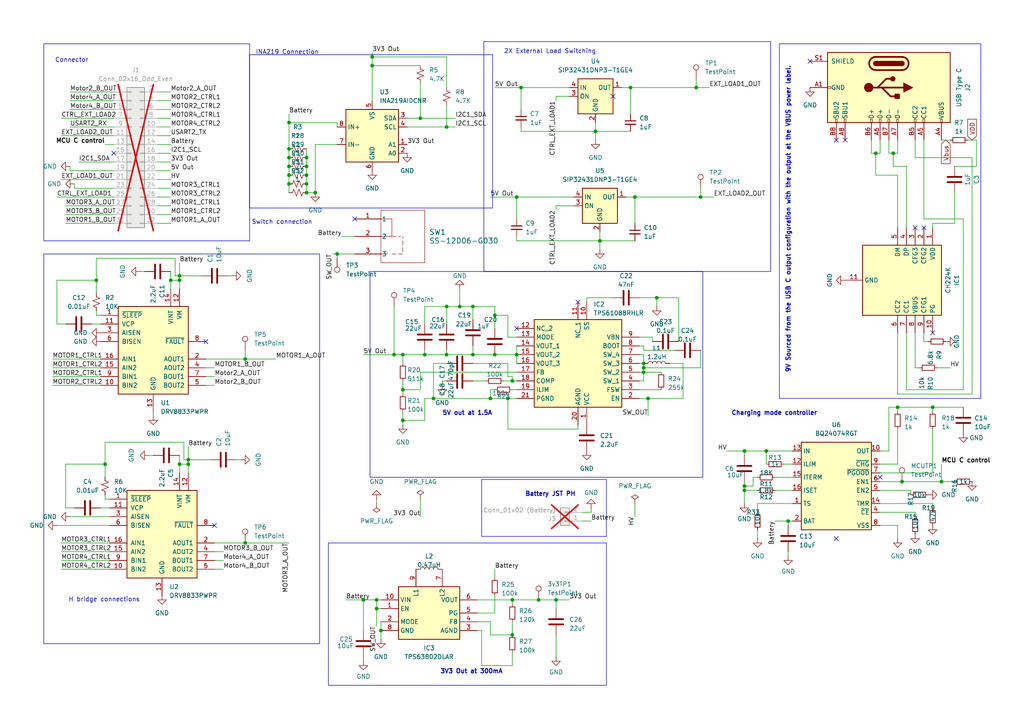
<source format=kicad_sch>
(kicad_sch (version 20250114) (generator "eeschema") (generator_version "9.0")
  (paper "A4")
  (title_block (title "EEE3088 Design ") (rev "v3") (company "University of Cape Town ") (comment 1 "MFKMOR011") (comment 2 "MTHSEK006") (comment 3 "GROUP 28"))
  (rectangle (start 107.315 78.74) (end 203.835 138.43))
  (rectangle (start 72.39 15.875) (end 142.875 60.325))
  (rectangle (start 12.7 12.7) (end 72.39 69.85))
  (rectangle (start 139.7 139.065) (end 175.895 155.575))
  (rectangle (start 95.25 157.48) (end 175.895 198.755))
  (rectangle (start 140.335 12.065) (end 223.52 78.74))
  (rectangle (start 284.48 12.7) (end 226.06 115.57))
  (text "Connector" (at 20.828 17.526 0) (effects (font (size 1.27 1.27))))
  (text "2X External Load Switching " (at 160.02 14.986 0) (effects (font (size 1.27 1.27))))
  (text "Switch connection" (at 81.788 64.516 0) (effects (font (size 1.27 1.27))))
  (text "INA219 Connection" (at 83.312 15.24 0) (effects (font (size 1.27 1.27))))
  (text "Charging mode controller" (at 212.09 120.65 0) (effects (font (size 1.27 1.27) (bold yes)) (justify left bottom)))
  (text "H bridge connections" (at 30.226 173.99 0) (effects (font (size 1.27 1.27))))
  (text "9V Sourced from the USB C output configuration with the output at the VBUS power label." (at 229.362 19.05 90) (effects (font (size 1.27 1.27) (thickness 0.254) (bold yes)) (justify right bottom)))
  (text "Battery JST PH" (at 167.005 144.145 0) (effects (font (size 1.27 1.27) (bold yes)) (justify right bottom)))
  (text "3V3 Out at 300mA" (at 127.635 195.58 0) (effects (font (size 1.27 1.27) (thickness 0.254) (bold yes)) (justify left bottom)))
  (text "5V out at 1.5A" (at 128.27 120.65 0) (effects (font (size 1.27 1.27) (thickness 0.254) (bold yes)) (justify left bottom)))
  (text_box "" (at 12.7 73.66 0) (size 80.01 113.03) (margins 0.9525 0.9525 0.9525 0.9525) (effects (font (size 1.27 1.27)) (justify left top)))
  (junction (at 186.69 105.41))
  (junction (at 54.61 134.62))
  (junction (at 186.69 107.95))
  (junction (at 148.59 110.49))
  (junction (at 187.96 115.57))
  (junction (at 121.92 34.29))
  (junction (at 161.29 173.99))
  (junction (at 110.49 182.88))
  (junction (at 88.9 53.34))
  (junction (at 107.95 16.51))
  (junction (at 148.59 173.99))
  (junction (at 83.82 48.26))
  (junction (at 190.5 86.36))
  (junction (at 109.22 173.99))
  (junction (at 149.86 57.15))
  (junction (at 88.9 55.88))
  (junction (at 215.9 140.97))
  (junction (at 228.6 151.13))
  (junction (at 254 44.45))
  (junction (at 260.35 118.11))
  (junction (at 52.07 80.01))
  (junction (at 172.72 38.1))
  (junction (at 91.44 55.88))
  (junction (at 71.12 104.14))
  (junction (at 116.84 121.92))
  (junction (at 83.82 43.18))
  (junction (at 88.9 48.26))
  (junction (at 143.51 102.87))
  (junction (at 137.16 102.87))
  (junction (at 137.16 88.9))
  (junction (at 71.12 157.48))
  (junction (at 114.3 102.87))
  (junction (at 273.05 139.7))
  (junction (at 129.54 36.83))
  (junction (at 49.53 81.28))
  (junction (at 88.9 50.8))
  (junction (at 109.22 176.53))
  (junction (at 133.35 88.9))
  (junction (at 125.73 115.57))
  (junction (at 83.82 35.56))
  (junction (at 52.07 134.62))
  (junction (at 83.82 45.72))
  (junction (at 54.61 133.35))
  (junction (at 30.48 134.62))
  (junction (at 215.9 142.24))
  (junction (at 83.82 50.8))
  (junction (at 143.51 91.44))
  (junction (at 27.94 81.28))
  (junction (at 142.24 115.57))
  (junction (at 261.62 139.7))
  (junction (at 151.13 25.4))
  (junction (at 215.9 130.81))
  (junction (at 147.32 115.57))
  (junction (at 148.59 184.15))
  (junction (at 186.69 106.68))
  (junction (at 182.88 25.4))
  (junction (at 116.84 102.87))
  (junction (at 97.79 73.66))
  (junction (at 184.15 57.15))
  (junction (at 222.25 130.81))
  (junction (at 156.21 173.99))
  (junction (at 52.07 81.28))
  (junction (at 129.54 88.9))
  (junction (at 116.84 113.03))
  (junction (at 201.93 25.4))
  (junction (at 270.51 118.11))
  (junction (at 123.19 102.87))
  (junction (at 107.95 19.05))
  (junction (at 173.99 69.85))
  (junction (at 203.2 57.15))
  (junction (at 105.41 173.99))
  (junction (at 83.82 53.34))
  (junction (at 129.54 102.87))
  (junction (at 149.86 102.87))
  (junction (at 88.9 45.72))
  (junction (at 259.08 44.45))
  (no_connect (at 255.27 138.43))
  (no_connect (at 149.86 95.25))
  (no_connect (at 62.23 152.4))
  (no_connect (at 177.8 27.94))
  (no_connect (at 242.57 40.64))
  (no_connect (at 245.11 40.64))
  (no_connect (at 102.87 63.5))
  (no_connect (at 167.64 87.63))
  (no_connect (at 267.97 66.04))
  (no_connect (at 234.95 17.78))
  (no_connect (at 242.57 156.21))
  (no_connect (at 33.02 44.45))
  (no_connect (at 270.51 96.52))
  (no_connect (at 59.69 99.06))
  (no_connect (at 265.43 66.04))
  (wire (pts (xy 31.75 144.78) (xy 30.48 144.78)))
  (wire (pts (xy 29.21 147.32) (xy 31.75 147.32)))
  (wire (pts (xy 110.49 182.88) (xy 110.49 180.34)))
  (wire (pts (xy 30.48 144.78) (xy 30.48 143.51)))
  (wire (pts (xy 198.12 105.41) (xy 198.12 115.57)))
  (wire (pts (xy 260.35 40.64) (xy 260.35 44.45)))
  (wire (pts (xy 254 44.45) (xy 255.27 44.45)))
  (wire (pts (xy 20.32 36.83) (xy 33.02 36.83)))
  (wire (pts (xy 91.44 41.91) (xy 91.44 55.88)))
  (wire (pts (xy 15.24 111.76) (xy 29.21 111.76)))
  (wire (pts (xy 143.51 25.4) (xy 151.13 25.4)))
  (wire (pts (xy 121.92 144.78) (xy 121.92 149.86)))
  (wire (pts (xy 138.43 177.8) (xy 143.51 177.8)))
  (wire (pts (xy 283.21 40.64) (xy 280.67 40.64)))
  (wire (pts (xy 49.53 29.21) (xy 45.72 29.21)))
  (wire (pts (xy 121.92 24.13) (xy 121.92 34.29)))
  (wire (pts (xy 186.69 105.41) (xy 186.69 106.68)))
  (wire (pts (xy 215.9 140.97) (xy 215.9 142.24)))
  (wire (pts (xy 269.24 99.06) (xy 267.97 99.06)))
  (wire (pts (xy 185.42 86.36) (xy 190.5 86.36)))
  (wire (pts (xy 254 50.8) (xy 254 44.45)))
  (wire (pts (xy 80.01 104.14) (xy 71.12 104.14)))
  (wire (pts (xy 224.79 138.43) (xy 229.87 138.43)))
  (wire (pts (xy 139.7 193.04) (xy 139.7 182.88)))
  (wire (pts (xy 142.24 180.34) (xy 138.43 180.34)))
  (wire (pts (xy 142.24 57.15) (xy 149.86 57.15)))
  (wire (pts (xy 17.78 160.02) (xy 31.75 160.02)))
  (wire (pts (xy 107.95 16.51) (xy 107.95 19.05)))
  (wire (pts (xy 125.73 115.57) (xy 142.24 115.57)))
  (wire (pts (xy 49.53 62.23) (xy 45.72 62.23)))
  (wire (pts (xy 54.61 133.35) (xy 54.61 134.62)))
  (wire (pts (xy 66.04 80.01) (xy 67.31 80.01)))
  (wire (pts (xy 203.2 57.15) (xy 207.01 57.15)))
  (wire (pts (xy 52.07 81.28) (xy 52.07 83.82)))
  (wire (pts (xy 185.42 105.41) (xy 186.69 105.41)))
  (wire (pts (xy 196.85 99.06) (xy 196.85 86.36)))
  (wire (pts (xy 148.59 113.03) (xy 149.86 113.03)))
  (wire (pts (xy 54.61 133.35) (xy 53.34 133.35)))
  (wire (pts (xy 20.32 26.67) (xy 33.02 26.67)))
  (wire (pts (xy 229.87 142.24) (xy 224.79 142.24)))
  (wire (pts (xy 186.69 106.68) (xy 203.2 106.68)))
  (wire (pts (xy 186.69 107.95) (xy 191.77 107.95)))
  (wire (pts (xy 52.07 134.62) (xy 54.61 134.62)))
  (wire (pts (xy 129.54 36.83) (xy 118.11 36.83)))
  (wire (pts (xy 64.77 160.02) (xy 62.23 160.02)))
  (wire (pts (xy 129.54 30.48) (xy 129.54 36.83)))
  (wire (pts (xy 147.32 109.22) (xy 148.59 109.22)))
  (wire (pts (xy 123.19 115.57) (xy 123.19 121.92)))
  (wire (pts (xy 19.05 59.69) (xy 33.02 59.69)))
  (wire (pts (xy 109.22 173.99) (xy 110.49 173.99)))
  (wire (pts (xy 137.16 100.33) (xy 137.16 102.87)))
  (wire (pts (xy 149.86 107.95) (xy 121.92 107.95)))
  (wire (pts (xy 262.89 66.04) (xy 262.89 48.26)))
  (wire (pts (xy 132.08 36.83) (xy 129.54 36.83)))
  (wire (pts (xy 50.8 80.01) (xy 50.8 74.93)))
  (wire (pts (xy 186.69 100.33) (xy 186.69 101.6)))
  (wire (pts (xy 17.78 34.29) (xy 33.02 34.29)))
  (wire (pts (xy 224.79 151.13) (xy 228.6 151.13)))
  (wire (pts (xy 116.84 113.03) (xy 116.84 114.3)))
  (wire (pts (xy 156.21 173.99) (xy 161.29 173.99)))
  (wire (pts (xy 64.77 165.1) (xy 62.23 165.1)))
  (wire (pts (xy 255.27 152.4) (xy 260.35 152.4)))
  (wire (pts (xy 49.53 39.37) (xy 45.72 39.37)))
  (wire (pts (xy 148.59 110.49) (xy 149.86 110.49)))
  (wire (pts (xy 97.79 41.91) (xy 91.44 41.91)))
  (wire (pts (xy 20.32 29.21) (xy 33.02 29.21)))
  (wire (pts (xy 190.5 86.36) (xy 196.85 86.36)))
  (wire (pts (xy 142.24 184.15) (xy 142.24 180.34)))
  (wire (pts (xy 116.84 121.92) (xy 116.84 123.19)))
  (wire (pts (xy 180.34 25.4) (xy 182.88 25.4)))
  (wire (pts (xy 142.24 184.15) (xy 148.59 184.15)))
  (wire (pts (xy 49.53 64.77) (xy 45.72 64.77)))
  (wire (pts (xy 283.21 48.26) (xy 276.86 48.26)))
  (wire (pts (xy 62.23 111.76) (xy 59.69 111.76)))
  (wire (pts (xy 16.51 93.98) (xy 16.51 81.28)))
  (wire (pts (xy 33.02 49.53) (xy 20.32 49.53)))
  (wire (pts (xy 137.16 102.87) (xy 143.51 102.87)))
  (wire (pts (xy 123.19 102.87) (xy 129.54 102.87)))
  (wire (pts (xy 146.05 110.49) (xy 148.59 110.49)))
  (wire (pts (xy 107.95 15.24) (xy 107.95 16.51)))
  (wire (pts (xy 105.41 102.87) (xy 114.3 102.87)))
  (wire (pts (xy 265.43 45.72) (xy 265.43 40.64)))
  (wire (pts (xy 49.53 26.67) (xy 45.72 26.67)))
  (wire (pts (xy 148.59 173.99) (xy 148.59 175.26)))
  (wire (pts (xy 260.35 118.11) (xy 270.51 118.11)))
  (wire (pts (xy 19.05 93.98) (xy 16.51 93.98)))
  (wire (pts (xy 173.99 67.31) (xy 173.99 69.85)))
  (wire (pts (xy 219.71 153.67) (xy 219.71 156.21)))
  (wire (pts (xy 109.22 144.78) (xy 109.22 146.05)))
  (wire (pts (xy 129.54 102.87) (xy 137.16 102.87)))
  (wire (pts (xy 54.61 129.54) (xy 54.61 133.35)))
  (wire (pts (xy 194.31 105.41) (xy 198.12 105.41)))
  (wire (pts (xy 255.27 139.7) (xy 261.62 139.7)))
  (wire (pts (xy 50.8 74.93) (xy 27.94 74.93)))
  (wire (pts (xy 149.86 68.58) (xy 149.86 69.85)))
  (wire (pts (xy 260.35 96.52) (xy 260.35 114.3)))
  (wire (pts (xy 219.71 138.43) (xy 218.44 138.43)))
  (wire (pts (xy 270.51 146.05) (xy 270.51 147.32)))
  (wire (pts (xy 83.82 50.8) (xy 83.82 53.34)))
  (wire (pts (xy 279.4 63.5) (xy 279.4 113.03)))
  (wire (pts (xy 168.91 148.59) (xy 171.45 148.59)))
  (wire (pts (xy 30.48 134.62) (xy 30.48 138.43)))
  (wire (pts (xy 20.32 49.53) (xy 20.32 48.26)))
  (wire (pts (xy 184.15 57.15) (xy 184.15 64.77)))
  (wire (pts (xy 257.81 118.11) (xy 257.81 130.81)))
  (wire (pts (xy 123.19 101.6) (xy 123.19 102.87)))
  (wire (pts (xy 109.22 176.53) (xy 109.22 181.61)))
  (wire (pts (xy 15.24 109.22) (xy 29.21 109.22)))
  (wire (pts (xy 138.43 182.88) (xy 139.7 182.88)))
  (wire (pts (xy 147.32 97.79) (xy 147.32 91.44)))
  (wire (pts (xy 265.43 96.52) (xy 265.43 106.68)))
  (wire (pts (xy 49.53 59.69) (xy 45.72 59.69)))
  (wire (pts (xy 27.94 81.28) (xy 27.94 85.09)))
  (wire (pts (xy 165.1 27.94) (xy 161.29 27.94)))
  (wire (pts (xy 49.53 81.28) (xy 49.53 78.74)))
  (wire (pts (xy 201.93 25.4) (xy 205.74 25.4)))
  (wire (pts (xy 41.91 78.74) (xy 40.64 78.74)))
  (wire (pts (xy 270.51 124.46) (xy 270.51 137.16)))
  (wire (pts (xy 167.64 124.46) (xy 147.32 124.46)))
  (wire (pts (xy 116.84 110.49) (xy 116.84 113.03)))
  (wire (pts (xy 273.05 139.7) (xy 276.86 139.7)))
  (wire (pts (xy 149.86 69.85) (xy 173.99 69.85)))
  (wire (pts (xy 184.15 146.05) (xy 184.15 149.86)))
  (wire (pts (xy 276.86 55.88) (xy 276.86 64.77)))
  (wire (pts (xy 17.78 165.1) (xy 31.75 165.1)))
  (wire (pts (xy 170.18 86.36) (xy 170.18 87.63)))
  (wire (pts (xy 218.44 140.97) (xy 215.9 140.97)))
  (wire (pts (xy 186.69 102.87) (xy 186.69 105.41)))
  (wire (pts (xy 121.92 107.95) (xy 121.92 113.03)))
  (wire (pts (xy 227.33 134.62) (xy 229.87 134.62)))
  (wire (pts (xy 279.4 113.03) (xy 262.89 113.03)))
  (wire (pts (xy 49.53 81.28) (xy 52.07 81.28)))
  (wire (pts (xy 20.32 31.75) (xy 33.02 31.75)))
  (wire (pts (xy 16.51 81.28) (xy 27.94 81.28)))
  (wire (pts (xy 139.7 193.04) (xy 148.59 193.04)))
  (wire (pts (xy 151.13 36.83) (xy 151.13 38.1)))
  (wire (pts (xy 99.06 68.58) (xy 102.87 68.58)))
  (wire (pts (xy 215.9 130.81) (xy 215.9 132.08)))
  (wire (pts (xy 218.44 138.43) (xy 218.44 140.97)))
  (wire (pts (xy 148.59 189.23) (xy 148.59 193.04)))
  (wire (pts (xy 138.43 173.99) (xy 148.59 173.99)))
  (wire (pts (xy 260.35 114.3) (xy 281.94 114.3)))
  (wire (pts (xy 262.89 113.03) (xy 262.89 96.52)))
  (wire (pts (xy 270.51 118.11) (xy 279.4 118.11)))
  (wire (pts (xy 20.32 149.86) (xy 31.75 149.86)))
  (wire (pts (xy 30.48 41.91) (xy 33.02 41.91)))
  (wire (pts (xy 184.15 69.85) (xy 173.99 69.85)))
  (wire (pts (xy 53.34 133.35) (xy 53.34 128.27)))
  (wire (pts (xy 107.95 19.05) (xy 121.92 19.05)))
  (wire (pts (xy 215.9 142.24) (xy 219.71 142.24)))
  (wire (pts (xy 17.78 52.07) (xy 33.02 52.07)))
  (wire (pts (xy 260.35 50.8) (xy 254 50.8)))
  (wire (pts (xy 44.45 120.65) (xy 44.45 119.38)))
  (wire (pts (xy 281.94 45.72) (xy 265.43 45.72)))
  (wire (pts (xy 19.05 147.32) (xy 19.05 134.62)))
  (wire (pts (xy 123.19 121.92) (xy 116.84 121.92)))
  (wire (pts (xy 147.32 105.41) (xy 147.32 109.22)))
  (wire (pts (xy 260.35 118.11) (xy 260.35 119.38)))
  (wire (pts (xy 185.42 113.03) (xy 191.77 113.03)))
  (wire (pts (xy 21.59 53.34) (xy 21.59 54.61)))
  (wire (pts (xy 22.86 46.99) (xy 33.02 46.99)))
  (wire (pts (xy 19.05 64.77) (xy 33.02 64.77)))
  (wire (pts (xy 149.86 57.15) (xy 166.37 57.15)))
  (wire (pts (xy 142.24 115.57) (xy 147.32 115.57)))
  (wire (pts (xy 137.16 88.9) (xy 137.16 92.71)))
  (wire (pts (xy 281.94 114.3) (xy 281.94 45.72)))
  (wire (pts (xy 64.77 162.56) (xy 62.23 162.56)))
  (wire (pts (xy 143.51 102.87) (xy 149.86 102.87)))
  (wire (pts (xy 15.24 106.68) (xy 29.21 106.68)))
  (wire (pts (xy 107.95 19.05) (xy 107.95 29.21)))
  (wire (pts (xy 96.52 73.66) (xy 97.79 73.66)))
  (wire (pts (xy 271.78 106.68) (xy 275.59 106.68)))
  (wire (pts (xy 172.72 38.1) (xy 172.72 40.64)))
  (wire (pts (xy 71.12 157.48) (xy 83.82 157.48)))
  (wire (pts (xy 252.73 44.45) (xy 254 44.45)))
  (wire (pts (xy 265.43 106.68) (xy 266.7 106.68)))
  (wire (pts (xy 45.72 52.07) (xy 49.53 52.07)))
  (wire (pts (xy 97.79 73.66) (xy 102.87 73.66)))
  (wire (pts (xy 49.53 54.61) (xy 45.72 54.61)))
  (wire (pts (xy 149.86 57.15) (xy 149.86 63.5)))
  (wire (pts (xy 283.21 40.64) (xy 283.21 48.26)))
  (wire (pts (xy 49.53 31.75) (xy 45.72 31.75)))
  (wire (pts (xy 17.78 39.37) (xy 33.02 39.37)))
  (wire (pts (xy 123.19 88.9) (xy 123.19 93.98)))
  (wire (pts (xy 219.71 146.05) (xy 219.71 148.59)))
  (wire (pts (xy 149.86 100.33) (xy 149.86 102.87)))
  (wire (pts (xy 147.32 115.57) (xy 147.32 124.46)))
  (wire (pts (xy 125.73 105.41) (xy 125.73 115.57)))
  (wire (pts (xy 49.53 44.45) (xy 45.72 44.45)))
  (wire (pts (xy 273.05 134.62) (xy 273.05 139.7)))
  (wire (pts (xy 260.35 152.4) (xy 260.35 156.21)))
  (wire (pts (xy 97.79 35.56) (xy 97.79 36.83)))
  (wire (pts (xy 255.27 44.45) (xy 255.27 40.64)))
  (wire (pts (xy 259.08 44.45) (xy 260.35 44.45)))
  (wire (pts (xy 215.9 130.81) (xy 222.25 130.81)))
  (wire (pts (xy 129.54 88.9) (xy 129.54 93.98)))
  (wire (pts (xy 129.54 105.41) (xy 125.73 105.41)))
  (wire (pts (xy 201.93 22.86) (xy 201.93 25.4)))
  (wire (pts (xy 187.96 120.65) (xy 187.96 115.57)))
  (wire (pts (xy 259.08 48.26) (xy 259.08 44.45)))
  (wire (pts (xy 184.15 57.15) (xy 203.2 57.15)))
  (wire (pts (xy 151.13 25.4) (xy 165.1 25.4)))
  (wire (pts (xy 54.61 133.35) (xy 60.96 133.35)))
  (wire (pts (xy 54.61 134.62) (xy 54.61 137.16)))
  (wire (pts (xy 148.59 109.22) (xy 148.59 110.49)))
  (wire (pts (xy 83.82 33.02) (xy 83.82 35.56)))
  (wire (pts (xy 49.53 83.82) (xy 49.53 81.28)))
  (wire (pts (xy 185.42 102.87) (xy 186.69 102.87)))
  (wire (pts (xy 190.5 86.36) (xy 190.5 88.9)))
  (wire (pts (xy 16.51 152.4) (xy 31.75 152.4)))
  (wire (pts (xy 49.53 36.83) (xy 45.72 36.83)))
  (wire (pts (xy 185.42 110.49) (xy 186.69 110.49)))
  (wire (pts (xy 182.88 25.4) (xy 201.93 25.4)))
  (wire (pts (xy 110.49 176.53) (xy 109.22 176.53)))
  (wire (pts (xy 16.51 57.15) (xy 33.02 57.15)))
  (wire (pts (xy 182.88 38.1) (xy 172.72 38.1)))
  (wire (pts (xy 21.59 54.61) (xy 33.02 54.61)))
  (wire (pts (xy 49.53 57.15) (xy 45.72 57.15)))
  (wire (pts (xy 125.73 115.57) (xy 123.19 115.57)))
  (wire (pts (xy 255.27 146.05) (xy 270.51 146.05)))
  (wire (pts (xy 186.69 106.68) (xy 186.69 107.95)))
  (wire (pts (xy 109.22 173.99) (xy 109.22 176.53)))
  (wire (pts (xy 260.35 118.11) (xy 257.81 118.11)))
  (wire (pts (xy 129.54 101.6) (xy 129.54 102.87)))
  (wire (pts (xy 166.37 59.69) (xy 161.29 59.69)))
  (wire (pts (xy 110.49 182.88) (xy 110.49 185.42)))
  (wire (pts (xy 49.53 34.29) (xy 45.72 34.29)))
  (wire (pts (xy 265.43 148.59) (xy 265.43 149.86)))
  (wire (pts (xy 257.81 44.45) (xy 259.08 44.45)))
  (wire (pts (xy 29.21 91.44) (xy 27.94 91.44)))
  (wire (pts (xy 147.32 91.44) (xy 143.51 91.44)))
  (wire (pts (xy 215.9 139.7) (xy 215.9 140.97)))
  (wire (pts (xy 177.8 86.36) (xy 170.18 86.36)))
  (wire (pts (xy 143.51 91.44) (xy 143.51 95.25)))
  (wire (pts (xy 83.82 43.18) (xy 83.82 45.72)))
  (wire (pts (xy 228.6 151.13) (xy 229.87 151.13)))
  (wire (pts (xy 264.16 142.24) (xy 264.16 143.51)))
  (wire (pts (xy 260.35 124.46) (xy 260.35 134.62)))
  (wire (pts (xy 114.3 88.9) (xy 114.3 102.87)))
  (wire (pts (xy 161.29 184.15) (xy 161.29 190.5)))
  (wire (pts (xy 137.16 105.41) (xy 147.32 105.41)))
  (wire (pts (xy 257.81 130.81) (xy 255.27 130.81)))
  (wire (pts (xy 270.51 64.77) (xy 270.51 66.04)))
  (wire (pts (xy 143.51 88.9) (xy 143.51 91.44)))
  (wire (pts (xy 44.45 132.08) (xy 43.18 132.08)))
  (wire (pts (xy 215.9 142.24) (xy 215.9 146.05)))
  (wire (pts (xy 252.73 40.64) (xy 252.73 44.45)))
  (wire (pts (xy 149.86 102.87) (xy 149.86 105.41)))
  (wire (pts (xy 71.12 104.14) (xy 59.69 104.14)))
  (wire (pts (xy 270.51 137.16) (xy 255.27 137.16)))
  (wire (pts (xy 262.89 48.26) (xy 259.08 48.26)))
  (wire (pts (xy 52.07 137.16) (xy 52.07 134.62)))
  (wire (pts (xy 133.35 83.82) (xy 133.35 88.9)))
  (wire (pts (xy 62.23 109.22) (xy 59.69 109.22)))
  (wire (pts (xy 255.27 148.59) (xy 265.43 148.59)))
  (wire (pts (xy 133.35 88.9) (xy 137.16 88.9)))
  (wire (pts (xy 49.53 41.91) (xy 45.72 41.91)))
  (wire (pts (xy 71.12 101.6) (xy 71.12 104.14)))
  (wire (pts (xy 185.42 115.57) (xy 187.96 115.57)))
  (wire (pts (xy 186.69 101.6) (xy 195.58 101.6)))
  (wire (pts (xy 118.11 34.29) (xy 121.92 34.29)))
  (wire (pts (xy 182.88 25.4) (xy 182.88 33.02)))
  (wire (pts (xy 273.05 40.64) (xy 275.59 40.64)))
  (wire (pts (xy 203.2 54.61) (xy 203.2 57.15)))
  (wire (pts (xy 114.3 102.87) (xy 116.84 102.87)))
  (wire (pts (xy 186.69 107.95) (xy 186.69 110.49)))
  (wire (pts (xy 270.51 118.11) (xy 270.51 119.38)))
  (wire (pts (xy 267.97 63.5) (xy 279.4 63.5)))
  (wire (pts (xy 260.35 66.04) (xy 260.35 50.8)))
  (wire (pts (xy 19.05 62.23) (xy 33.02 62.23)))
  (wire (pts (xy 116.84 102.87) (xy 116.84 105.41)))
  (wire (pts (xy 222.25 130.81) (xy 222.25 134.62)))
  (wire (pts (xy 88.9 50.8) (xy 88.9 53.34)))
  (wire (pts (xy 121.92 113.03) (xy 116.84 113.03)))
  (wire (pts (xy 62.23 157.48) (xy 71.12 157.48)))
  (wire (pts (xy 88.9 48.26) (xy 88.9 50.8)))
  (wire (pts (xy 267.97 40.64) (xy 267.97 63.5)))
  (wire (pts (xy 161.29 27.94) (xy 161.29 29.21)))
  (wire (pts (xy 167.64 123.19) (xy 167.64 124.46)))
  (wire (pts (xy 143.51 165.1) (xy 143.51 167.64)))
  (wire (pts (xy 27.94 74.93) (xy 27.94 81.28)))
  (wire (pts (xy 107.95 16.51) (xy 129.54 16.51)))
  (wire (pts (xy 255.27 142.24) (xy 264.16 142.24)))
  (wire (pts (xy 21.59 147.32) (xy 19.05 147.32)))
  (wire (pts (xy 83.82 45.72) (xy 83.82 48.26)))
  (wire (pts (xy 49.53 46.99) (xy 45.72 46.99)))
  (wire (pts (xy 257.81 40.64) (xy 257.81 44.45)))
  (wire (pts (xy 52.07 80.01) (xy 52.07 81.28)))
  (wire (pts (xy 88.9 43.18) (xy 88.9 45.72)))
  (wire (pts (xy 116.84 102.87) (xy 123.19 102.87)))
  (wire (pts (xy 91.44 55.88) (xy 88.9 55.88)))
  (wire (pts (xy 261.62 139.7) (xy 273.05 139.7)))
  (wire (pts (xy 30.48 128.27) (xy 30.48 134.62)))
  (wire (pts (xy 161.29 173.99) (xy 165.1 173.99)))
  (wire (pts (xy 128.27 110.49) (xy 128.27 111.76)))
  (wire (pts (xy 229.87 146.05) (xy 219.71 146.05)))
  (wire (pts (xy 137.16 88.9) (xy 143.51 88.9)))
  (wire (pts (xy 17.78 162.56) (xy 31.75 162.56)))
  (wire (pts (xy 255.27 134.62) (xy 260.35 134.62)))
  (wire (pts (xy 210.82 130.81) (xy 215.9 130.81)))
  (wire (pts (xy 168.91 151.13) (xy 171.45 151.13)))
  (wire (pts (xy 172.72 35.56) (xy 172.72 38.1)))
  (wire (pts (xy 52.07 134.62) (xy 52.07 132.08)))
  (wire (pts (xy 142.24 113.03) (xy 142.24 115.57)))
  (wire (pts (xy 62.23 106.68) (xy 59.69 106.68)))
  (wire (pts (xy 151.13 25.4) (xy 151.13 31.75)))
  (wire (pts (xy 49.53 49.53) (xy 45.72 49.53)))
  (wire (pts (xy 105.41 173.99) (xy 109.22 173.99)))
  (wire (pts (xy 26.67 93.98) (xy 29.21 93.98)))
  (wire (pts (xy 189.23 97.79) (xy 189.23 99.06)))
  (wire (pts (xy 147.32 115.57) (xy 149.86 115.57)))
  (wire (pts (xy 17.78 157.48) (xy 31.75 157.48)))
  (wire (pts (xy 228.6 160.02) (xy 228.6 161.29)))
  (wire (pts (xy 88.9 53.34) (xy 88.9 55.88)))
  (wire (pts (xy 143.51 177.8) (xy 143.51 172.72)))
  (wire (pts (xy 185.42 97.79) (xy 189.23 97.79)))
  (wire (pts (xy 203.2 101.6) (xy 203.2 106.68)))
  (wire (pts (xy 228.6 151.13) (xy 228.6 152.4)))
  (wire (pts (xy 83.82 48.26) (xy 83.82 50.8)))
  (wire (pts (xy 83.82 53.34) (xy 83.82 55.88)))
  (wire (pts (xy 143.51 113.03) (xy 142.24 113.03)))
  (wire (pts (xy 116.84 119.38) (xy 116.84 121.92)))
  (wire (pts (xy 198.12 115.57) (xy 187.96 115.57)))
  (wire (pts (xy 185.42 100.33) (xy 186.69 100.33)))
  (wire (pts (xy 105.41 190.5) (xy 105.41 191.77)))
  (wire (pts (xy 129.54 88.9) (xy 133.35 88.9)))
  (wire (pts (xy 83.82 35.56) (xy 97.79 35.56)))
  (wire (pts (xy 129.54 25.4) (xy 129.54 16.51)))
  (wire (pts (xy 171.45 148.59) (xy 171.45 147.32)))
  (wire (pts (xy 137.16 110.49) (xy 140.97 110.49)))
  (wire (pts (xy 27.94 91.44) (xy 27.94 90.17)))
  (wire (pts (xy 105.41 173.99) (xy 105.41 182.88)))
  (wire (pts (xy 181.61 57.15) (xy 184.15 57.15)))
  (wire (pts (xy 148.59 173.99) (xy 156.21 173.99)))
  (wire (pts (xy 222.25 130.81) (xy 229.87 130.81)))
  (wire (pts (xy 161.29 173.99) (xy 161.29 176.53)))
  (wire (pts (xy 128.27 110.49) (xy 129.54 110.49)))
  (wire (pts (xy 15.24 104.14) (xy 29.21 104.14)))
  (wire (pts (xy 100.33 173.99) (xy 105.41 173.99)))
  (wire (pts (xy 276.86 64.77) (xy 270.51 64.77)))
  (wire (pts (xy 88.9 45.72) (xy 88.9 48.26)))
  (wire (pts (xy 52.07 80.01) (xy 50.8 80.01)))
  (wire (pts (xy 161.29 59.69) (xy 161.29 60.96)))
  (wire (pts (xy 149.86 97.79) (xy 147.32 97.79)))
  (wire (pts (xy 173.99 69.85) (xy 173.99 72.39)))
  (wire (pts (xy 267.97 96.52) (xy 267.97 99.06)))
  (wire (pts (xy 68.58 133.35) (xy 69.85 133.35)))
  (wire (pts (xy 123.19 88.9) (xy 129.54 88.9)))
  (wire (pts (xy 97.79 73.66) (xy 97.79 74.93)))
  (wire (pts (xy 52.07 80.01) (xy 58.42 80.01)))
  (wire (pts (xy 148.59 180.34) (xy 148.59 184.15)))
  (wire (pts (xy 53.34 128.27) (xy 30.48 128.27)))
  (wire (pts (xy 121.92 34.29) (xy 132.08 34.29)))
  (wire (pts (xy 52.07 76.2) (xy 52.07 80.01)))
  (wire (pts (xy 151.13 38.1) (xy 172.72 38.1)))
  (wire (pts (xy 19.05 134.62) (xy 30.48 134.62)))
  (wire (pts (xy 83.82 35.56) (xy 83.82 43.18)))
  (wire (pts (xy 185.42 107.95) (xy 186.69 107.95)))
  (label "Battery" (at 54.61 129.54 0))
  (label "Motor4_B_OUT" (at 64.77 165.1 0))
  (label "EXT_LOAD1_OUT" (at 205.74 25.4 0))
  (label "MOTOR3_CTRL1" (at 49.53 54.61 0))
  (label "CTRL_EXT_LOAD1" (at 161.29 29.21 270))
  (label "MOTOR2_CTRL2" (at 49.53 31.75 0))
  (label "Battery" (at 224.79 151.13 270))
  (label "CTRL_EXT_LOAD2" (at 17.78 34.29 0))
  (label "MOTOR1_B_OUT" (at 62.23 106.68 0))
  (label "3V3 Out" (at 49.53 46.99 0))
  (label "Motor4_A_OUT" (at 64.77 162.56 0))
  (label "EXT_LOAD2_OUT" (at 207.01 57.15 0))
  (label "USART2_TX" (at 49.53 39.37 0))
  (label "MOTOR3_CTRL1" (at 17.78 157.48 0))
  (label "HV" (at 49.53 52.07 0))
  (label "USART2_RX" (at 20.32 36.83 0))
  (label "HV" (at 210.82 130.81 180))
  (label "MOTOR1_A_OUT" (at 49.53 64.77 0))
  (label "Motor2_B_OUT" (at 20.32 26.67 0))
  (label "Battery" (at 52.07 76.2 0))
  (label "EXT_LOAD1_OUT" (at 17.78 52.07 0))
  (label "HV" (at 275.59 106.68 0))
  (label "MCU C control" (at 273.05 134.62 0) (effects (font (bold yes))))
  (label "SW_OUT" (at 109.22 181.61 270))
  (label "I2C1_SCL" (at 132.08 36.83 0))
  (label "I2C1_SCL" (at 49.53 44.45 0))
  (label "MOTOR4_CTRL1" (at 49.53 34.29 0))
  (label "5V Out" (at 143.51 25.4 0))
  (label "3V3 Out" (at 165.1 173.99 0))
  (label "I2C1_SDA" (at 22.86 46.99 0))
  (label "Motor2_A_OUT" (at 62.23 109.22 0))
  (label "MOTOR2_CTRL1" (at 49.53 29.21 0))
  (label "Battery" (at 143.51 165.1 0))
  (label "5V Out" (at 49.53 49.53 0))
  (label "Battery" (at 83.82 33.02 0))
  (label "3V3 Out" (at 118.11 41.91 0))
  (label "MCU C control" (at 30.48 41.91 180) (effects (font (bold yes))))
  (label "MOTOR3_CTRL2" (at 49.53 57.15 0))
  (label "HV" (at 184.15 149.86 270))
  (label "MOTOR3_A_OUT" (at 19.05 59.69 0))
  (label "MOTOR1_CTRL2" (at 49.53 62.23 0))
  (label "CTRL_EXT_LOAD1" (at 16.51 57.15 0))
  (label "MOTOR2_CTRL2" (at 15.24 111.76 0))
  (label "SW_OUT" (at 96.52 73.66 270))
  (label "MOTOR3_B_OUT" (at 64.77 160.02 0))
  (label "EXT_LOAD2_OUT" (at 17.78 39.37 0))
  (label "MOTOR2_CTRL1" (at 15.24 109.22 0))
  (label "MOTOR1_CTRL2" (at 15.24 106.68 0))
  (label "MOTOR1_CTRL1" (at 15.24 104.14 0))
  (label "MOTOR4_CTRL2" (at 49.53 36.83 0))
  (label "MOTOR1_CTRL1" (at 49.53 59.69 0))
  (label "Motor4_A_OUT" (at 20.32 29.21 0))
  (label "3V3 Out" (at 121.92 149.86 180))
  (label "Motor4_B_OUT" (at 20.32 31.75 0))
  (label "MOTOR4_CTRL1" (at 17.78 162.56 0))
  (label "Motor2_A_OUT" (at 49.53 26.67 0))
  (label "Battery" (at 100.33 173.99 0))
  (label "Battery" (at 99.06 68.58 180))
  (label "Motor2_B_OUT" (at 62.23 111.76 0))
  (label "Battery" (at 49.53 41.91 0))
  (label "MOTOR4_CTRL2" (at 17.78 165.1 0))
  (label "MOTOR1_A_OUT" (at 80.01 104.14 0))
  (label "3V3 Out" (at 107.95 15.24 0))
  (label "5V Out" (at 105.41 102.87 0))
  (label "5V Out" (at 142.24 57.15 0))
  (label "MOTOR3_CTRL2" (at 17.78 160.02 0))
  (label "I2C1_SDA" (at 132.08 34.29 0))
  (label "MOTOR3_A_OUT" (at 83.82 157.48 270))
  (label "CTRL_EXT_LOAD2" (at 161.29 60.96 270))
  (label "Battery" (at 171.45 151.13 0))
  (label "MOTOR3_B_OUT" (at 19.05 62.23 0))
  (label "MOTOR1_B_OUT" (at 19.05 64.77 0))
  (label "SW_OUT" (at 187.96 120.65 180))
  (global_label "VDD" (shape input) (at 281.94 40.64 90) (property "Intersheetrefs" "${INTERSHEET_REFS}" (effects (hide yes))))
  (global_label "Vbus" (shape input) (at 274.32 40.64 270) (property "Intersheetrefs" "${INTERSHEET_REFS}" (effects (hide yes))))
  (symbol (lib_id "Driver_Motor:DRV8833PWP") (at 44.45 101.6 0) (unit 1)
    (property "Reference" "U1" (at 46.5933 116.84 0) (effects (justify left)))
    (property "Value" "DRV8833PWPR" (at 46.5933 119.38 0) (effects (justify left)))
    (property "Footprint" "Package_SO:HTSSOP-16-1EP_4.4x5mm_P0.65mm_EP3.4x5mm_Mask2.46x2.31mm" (effects (hide yes)))
    (property "Datasheet" "https://jlcpcb.com/api/file/downloadByFileSystemAccessId/8588881461298802689" (effects (hide yes)))
    (property "Description" "Dual H-Bridge Motor Driver, HTSSOP-16" (effects (hide yes)))
    (property "LCSC" "C50506" (effects (hide yes)))
  )
  (symbol (lib_id "Device:R_Small") (at 219.71 151.13 0) (unit 1)
    (property "Reference" "R33" (at 216.535 148.59 0) (effects (justify left)))
    (property "Value" "10k" (at 219.71 152.4 90) (effects (justify left)))
    (property "Footprint" "Resistor_SMD:R_0805_2012Metric_Pad1.20x1.40mm_HandSolder" (effects (hide yes)))
    (property "LCSC" "C17414" (effects (hide yes)))
  )
  (symbol (lib_id "Device:R_Small_US") (at 30.48 140.97 180) (unit 1)
    (property "Reference" "R6" (at 33.02 139.6999 0) (effects (justify right)))
    (property "Value" "10K" (at 33.02 142.2399 0) (effects (justify right)))
    (property "Footprint" "Resistor_SMD:R_0805_2012Metric_Pad1.20x1.40mm_HandSolder" (effects (hide yes)))
    (property "Datasheet" "https://jlcpcb.com/api/file/downloadByFileSystemAccessId/8562006748401074176" (effects (hide yes)))
    (property "Description" "Resistor, small US symbol" (effects (hide yes)))
    (property "LCSC" "C17414" (effects (hide yes)))
  )
  (symbol (lib_id "Device:R_Small_US") (at 121.92 21.59 0) (unit 1)
    (property "Reference" "R5" (at 124.46 20.3199 0) (effects (justify left)))
    (property "Value" "4.7K" (at 124.46 22.8599 0) (effects (justify left)))
    (property "Footprint" "Resistor_SMD:R_1206_3216Metric_Pad1.30x1.75mm_HandSolder" (effects (hide yes)))
    (property "Datasheet" "https://jlcpcb.com/api/file/downloadByFileSystemAccessId/8579705887952867328" (effects (hide yes)))
    (property "Description" "Resistor, small US symbol" (effects (hide yes)))
    (property "LCSC" "C17936" (effects (hide yes)))
  )
  (symbol (lib_id "Device:R_Small_US") (at 86.36 45.72 90) (unit 1)
    (property "Reference" "R28" (at 86.36 39.37 90))
    (property "Value" "1" (at 86.36 41.91 90))
    (property "Footprint" "Resistor_SMD:R_1206_3216Metric_Pad1.30x1.75mm_HandSolder" (effects (hide yes)))
    (property "Description" "Resistor, small US symbol" (effects (hide yes)))
    (property "LCSC" "C17928" (effects (hide yes)))
  )
  (symbol (lib_id "Connector:TestPoint") (at 97.79 74.93 180) (unit 1)
    (property "Reference" "TP3" (at 100.33 76.9619 0) (effects (justify right)))
    (property "Value" "TestPoint" (at 100.33 79.5019 0) (effects (justify right)))
    (property "Footprint" "TestPoint:TestPoint_Pad_1.0x1.0mm" (effects (hide yes)))
    (property "Description" "test point" (effects (hide yes)))
  )
  (symbol (lib_id "Device:C") (at 276.86 52.07 0) (unit 1)
    (property "Reference" "C3" (at 283.21 52.07 90))
    (property "Value" "1uF" (at 280.67 52.07 90))
    (property "Footprint" "Capacitor_SMD:C_1206_3216Metric_Pad1.33x1.80mm_HandSolder" (effects (hide yes)))
    (property "LCSC" "C1848" (effects (hide yes)))
  )
  (symbol (lib_id "Device:R_Small") (at 266.7 143.51 90) (unit 1)
    (property "Reference" "R17" (at 264.16 146.685 0) (effects (justify left)))
    (property "Value" "10k" (at 268.478 143.51 90) (effects (justify left)))
    (property "Footprint" "Resistor_SMD:R_0805_2012Metric_Pad1.20x1.40mm_HandSolder" (effects (hide yes)))
    (property "LCSC" "C17414" (effects (hide yes)))
  )
  (symbol (lib_id "Device:C") (at 133.35 110.49 90) (unit 1)
    (property "Reference" "C18" (at 128.27 114.935 0) (effects (justify left)))
    (property "Value" "22uF" (at 130.81 115.57 0) (effects (justify left)))
    (property "Footprint" "Capacitor_SMD:C_1206_3216Metric_Pad1.33x1.80mm_HandSolder" (effects (hide yes)))
    (property "LCSC" "C12891" (effects (hide yes)))
  )
  (symbol (lib_id "Connector:TestPoint") (at 114.3 88.9 0) (unit 1)
    (property "Reference" "TP4" (at 116.84 84.3279 0) (effects (justify left)))
    (property "Value" "TestPoint" (at 116.84 86.8679 0) (effects (justify left)))
    (property "Footprint" "TestPoint:TestPoint_Pad_1.0x1.0mm" (effects (hide yes)))
    (property "Description" "test point" (effects (hide yes)))
  )
  (symbol (lib_id "power:GND") (at 116.84 123.19 0) (unit 1)
    (property "Reference" "#PWR024" (effects (hide yes)))
    (property "Value" "GND" (at 116.84 128.27 0))
  )
  (symbol (lib_id "CH224K:CH224K") (at 270.51 66.04 270) (unit 1)
    (property "Reference" "IC1" (at 277.495 81.28 0))
    (property "Value" "CH224K" (at 274.955 81.28 0))
    (property "Footprint" "Library:SOP100P600X180-11N" (effects (hide yes)))
    (property "Datasheet" "https://datasheet.lcsc.com/lcsc/2204251615_WCH-Jiangsu-Qin-Heng-CH224K_C970725.pdf" (effects (hide yes)))
    (property "Height" "1.8" (effects (hide yes)))
    (property "Manufacturer_Name" "WCH" (effects (hide yes)))
    (property "Manufacturer_Part_Number" "CH224K" (effects (hide yes)))
    (property "LCSC" "C970725" (effects (hide yes)))
  )
  (symbol (lib_id "power:GND") (at 16.51 152.4 270) (unit 1)
    (property "Reference" "#PWR08" (effects (hide yes)))
    (property "Value" "GND" (at 12.7 152.3999 90) (effects (justify right)))
    (property "Description" "Power symbol creates a global label with name \"GND\" , ground" (effects (hide yes)))
  )
  (symbol (lib_id "Connector_Generic:Conn_01x02") (at 163.83 151.13 180) (unit 1) (in_bom no) (dnp yes)
    (property "Reference" "J3" (at 161.29 150.495 0) (effects (justify left)))
    (property "Value" "Conn_01x02 (Battery)" (at 161.29 147.955 0) (effects (justify left)))
    (property "Footprint" "Library:SHDRRA2W50P0X200_1X2_590X760X480P" (effects (hide yes)))
    (property "LCSC" "C173752" (effects (hide yes)))
  )
  (symbol (lib_id "power:GND") (at 219.71 156.21 0) (unit 1)
    (property "Reference" "#PWR018" (effects (hide yes)))
    (property "Value" "GND" (at 219.71 161.29 0))
    (property "Description" "Power symbol creates a global label with name \"GND\" , ground" (effects (hide yes)))
  )
  (symbol (lib_id "Power_Management:SiP32431DR3") (at 173.99 59.69 0) (unit 1)
    (property "Reference" "U5" (at 173.99 49.53 0))
    (property "Value" "SIP32431DNP3-T1GE4" (at 173.99 52.07 0))
    (property "Footprint" "Library:SON50P120X160X60-5N" (effects (hide yes)))
    (property "Datasheet" "https://jlcpcb.com/api/file/downloadByFileSystemAccessId/8556806212877369344" (effects (hide yes)))
    (property "Description" "10 pA, Ultra Low Leakage and Quiescent Current, Load Switch with Reverse Blocking, High Enable, SC-70-6" (effects (hide yes)))
    (property "LCSC" "C727398" (effects (hide yes)))
  )
  (symbol (lib_id "power:GND") (at 29.21 96.52 270) (unit 1)
    (property "Reference" "#PWR014" (effects (hide yes)))
    (property "Value" "GND" (at 25.4 96.5199 90) (effects (justify right)))
    (property "Description" "Power symbol creates a global label with name \"GND\" , ground" (effects (hide yes)))
  )
  (symbol (lib_id "Device:C") (at 137.16 96.52 0) (unit 1)
    (property "Reference" "C19" (at 132.715 91.44 0) (effects (justify left)))
    (property "Value" "22uF" (at 132.08 93.98 0) (effects (justify left)))
    (property "Footprint" "Capacitor_SMD:C_1206_3216Metric_Pad1.33x1.80mm_HandSolder" (effects (hide yes)))
    (property "LCSC" "C12891" (effects (hide yes)))
  )
  (symbol (lib_id "power:GND") (at 190.5 88.9 0) (unit 1)
    (property "Reference" "#PWR027" (effects (hide yes)))
    (property "Value" "GND" (at 190.5 93.98 0))
  )
  (symbol (lib_id "Device:R_Small_US") (at 86.36 43.18 90) (unit 1)
    (property "Reference" "R3" (at 86.36 36.83 90))
    (property "Value" "1" (at 86.36 39.37 90))
    (property "Footprint" "Resistor_SMD:R_1206_3216Metric_Pad1.30x1.75mm_HandSolder" (effects (hide yes)))
    (property "Description" "Resistor, small US symbol" (effects (hide yes)))
    (property "LCSC" "C17928" (effects (hide yes)))
  )
  (symbol (lib_id "power:GND") (at 20.32 149.86 270) (unit 1)
    (property "Reference" "#PWR035" (effects (hide yes)))
    (property "Value" "GND" (at 16.51 149.8599 90) (effects (justify right)))
    (property "Description" "Power symbol creates a global label with name \"GND\" , ground" (effects (hide yes)))
  )
  (symbol (lib_id "Connector:TestPoint") (at 203.2 54.61 0) (unit 1)
    (property "Reference" "TP2" (at 205.74 50.0379 0) (effects (justify left)))
    (property "Value" "TestPoint" (at 205.74 52.5779 0) (effects (justify left)))
    (property "Footprint" "TestPoint:TestPoint_Pad_1.0x1.0mm" (effects (hide yes)))
    (property "Description" "test point" (effects (hide yes)))
  )
  (symbol (lib_id "power:GND") (at 107.95 49.53 0) (unit 1)
    (property "Reference" "#PWR012" (effects (hide yes)))
    (property "Value" "GND" (at 107.95 54.61 0))
    (property "Description" "Power symbol creates a global label with name \"GND\" , ground" (effects (hide yes)))
  )
  (symbol (lib_id "Device:C") (at 133.35 105.41 90) (unit 1)
    (property "Reference" "C17" (at 128.27 109.855 0) (effects (justify left)))
    (property "Value" "470pF" (at 130.81 110.49 0) (effects (justify left)))
    (property "Footprint" "Capacitor_SMD:C_0603_1608Metric_Pad1.08x0.95mm_HandSolder" (effects (hide yes)))
    (property "LCSC" "C1620" (effects (hide yes)))
  )
  (symbol (lib_id "Device:R_Small") (at 271.78 99.06 270) (unit 1)
    (property "Reference" "R9" (at 272.415 101.6 0) (effects (justify left)))
    (property "Value" "6.8k" (at 269.875 101.6 0) (effects (justify left)))
    (property "Footprint" "Resistor_SMD:R_0805_2012Metric_Pad1.20x1.40mm_HandSolder" (effects (hide yes)))
    (property "LCSC" "C17772" (effects (hide yes)))
  )
  (symbol (lib_id "Device:R_Small_US") (at 86.36 48.26 90) (unit 1)
    (property "Reference" "R29" (at 86.36 41.91 90))
    (property "Value" "1" (at 86.36 44.45 90))
    (property "Footprint" "Resistor_SMD:R_1206_3216Metric_Pad1.30x1.75mm_HandSolder" (effects (hide yes)))
    (property "Description" "Resistor, small US symbol" (effects (hide yes)))
    (property "LCSC" "C17928" (effects (hide yes)))
  )
  (symbol (lib_id "Device:R_Small") (at 270.51 149.86 0) (unit 1)
    (property "Reference" "R19" (at 267.335 147.32 0) (effects (justify left)))
    (property "Value" "47k" (at 270.51 151.384 90) (effects (justify left)))
    (property "Footprint" "Resistor_SMD:R_0805_2012Metric_Pad1.20x1.40mm_HandSolder" (effects (hide yes)))
    (property "LCSC" "C17713" (effects (hide yes)))
  )
  (symbol (lib_id "power:GND") (at 118.11 44.45 0) (unit 1)
    (property "Reference" "#PWR011" (effects (hide yes)))
    (property "Value" "GND" (at 118.11 49.53 0))
    (property "Description" "Power symbol creates a global label with name \"GND\" , ground" (effects (hide yes)))
  )
  (symbol (lib_id "Device:R_Small") (at 278.13 40.64 90) (unit 1)
    (property "Reference" "R7" (at 278.13 35.56 90))
    (property "Value" "1k" (at 278.13 38.1 90))
    (property "Footprint" "Resistor_SMD:R_1206_3216Metric_Pad1.30x1.75mm_HandSolder" (effects (hide yes)))
    (property "LCSC" "C4410" (effects (hide yes)))
  )
  (symbol (lib_id "Device:R_Small") (at 279.4 139.7 90) (unit 1)
    (property "Reference" "R16" (at 276.86 142.875 0) (effects (justify left)))
    (property "Value" "1k" (at 280.67 139.7 90) (effects (justify left)))
    (property "Footprint" "Resistor_SMD:R_1206_3216Metric_Pad1.30x1.75mm_HandSolder" (effects (hide yes)))
    (property "LCSC" "C4410" (effects (hide yes)))
  )
  (symbol (lib_id "power:GND") (at 234.95 25.4 0) (unit 1)
    (property "Reference" "#PWR013" (effects (hide yes)))
    (property "Value" "GND" (at 234.95 30.48 0))
    (property "Description" "Power symbol creates a global label with name \"GND\" , ground" (effects (hide yes)))
  )
  (symbol (lib_name "BQ24074RGT_1") (lib_id "Battery_Management:BQ24074RGT") (at 242.57 140.97 0) (unit 1)
    (property "Reference" "U6" (at 242.57 123.19 0))
    (property "Value" "BQ24074RGT" (at 242.57 125.73 0))
    (property "Footprint" "Library:QFN50P300X300X100-17N-D" (effects (hide yes)))
    (property "Datasheet" "http://www.ti.com/lit/ds/symlink/bq24074.pdf" (effects (hide yes)))
    (property "LCSC" "C54313" (effects (hide yes)))
  )
  (symbol (lib_id "TPS63802DLAR:TPS63802DLAR") (at 110.49 172.72 0) (unit 1)
    (property "Reference" "IC3" (at 124.46 187.96 0))
    (property "Value" "TPS63802DLAR" (at 124.46 190.5 0))
    (property "Footprint" "Library:TPS63802DLAR" (effects (hide yes)))
    (property "Datasheet" "http://www.ti.com/lit/ds/symlink/tps63802.pdf" (effects (hide yes)))
    (property "Height" "1" (effects (hide yes)))
    (property "Manufacturer_Name" "Texas Instruments" (effects (hide yes)))
    (property "Manufacturer_Part_Number" "TPS63802DLAR" (effects (hide yes)))
    (property "Mouser Part Number" "595-TPS63802DLAR" (effects (hide yes)))
    (property "Mouser Price/Stock" "https://www.mouser.co.uk/ProductDetail/Texas-Instruments/TPS63802DLAR?qs=9r4v7xj2Lnmr2ylyTiX9Mg%3D%3D" (effects (hide yes)))
    (property "Arrow Part Number" "TPS63802DLAR" (effects (hide yes)))
    (property "Arrow Price/Stock" "https://www.arrow.com/en/products/tps63802dlar/texas-instruments?utm_currency=USD&region=nac" (effects (hide yes)))
    (property "LCSC" "C2845237" (effects (hide yes)))
  )
  (symbol (lib_id "Sensor_Energy:INA219AxD") (at 107.95 39.37 0) (unit 1)
    (property "Reference" "U3" (at 110.0933 26.67 0) (effects (justify left)))
    (property "Value" "INA219AIDCNR" (at 110.0933 29.21 0) (effects (justify left)))
    (property "Footprint" "Library:SOT65P280X145-8N" (effects (hide yes)))
    (property "Datasheet" "https://jlcpcb.com/api/file/downloadByFileSystemAccessId/8586200525100486656" (effects (hide yes)))
    (property "Description" "Zero-Drift, Bidirectional Current/Power Monitor (0-26V) With I2C Interface, SOIC-8" (effects (hide yes)))
    (property "LCSC" "C87469" (effects (hide yes)))
  )
  (symbol (lib_id "Device:C") (at 279.4 121.92 180) (unit 1)
    (property "Reference" "C14" (at 282.575 121.285 0) (effects (justify right)))
    (property "Value" "10uF" (at 282.575 123.825 0) (effects (justify right)))
    (property "Footprint" "Capacitor_SMD:C_1206_3216Metric_Pad1.33x1.80mm_HandSolder" (effects (hide yes)))
    (property "LCSC" "C13585" (effects (hide yes)))
  )
  (symbol (lib_id "Device:C_Small") (at 149.86 66.04 0) (unit 1)
    (property "Reference" "C9" (at 152.4 64.7762 0) (effects (justify left)))
    (property "Value" "1uF" (at 152.4 67.3162 0) (effects (justify left)))
    (property "Footprint" "Capacitor_SMD:C_1206_3216Metric_Pad1.33x1.80mm_HandSolder" (effects (hide yes)))
    (property "Datasheet" "https://jlcpcb.com/api/file/downloadByFileSystemAccessId/8579707343598243840" (effects (hide yes)))
    (property "Description" "Unpolarized capacitor, small symbol" (effects (hide yes)))
    (property "LCSC" "C1848" (effects (hide yes)))
  )
  (symbol (lib_id "power:GND") (at 170.18 130.81 0) (unit 1)
    (property "Reference" "#PWR026" (effects (hide yes)))
    (property "Value" "GND" (at 170.18 135.89 0))
  )
  (symbol (lib_id "Device:C_Small") (at 184.15 67.31 0) (unit 1)
    (property "Reference" "C10" (at 186.69 66.0462 0) (effects (justify left)))
    (property "Value" "1uF" (at 186.69 68.5862 0) (effects (justify left)))
    (property "Footprint" "Capacitor_SMD:C_1206_3216Metric_Pad1.33x1.80mm_HandSolder" (effects (hide yes)))
    (property "Datasheet" "https://jlcpcb.com/api/file/downloadByFileSystemAccessId/8579707343598243840" (effects (hide yes)))
    (property "Description" "Unpolarized capacitor, small symbol" (effects (hide yes)))
    (property "LCSC" "C1848" (effects (hide yes)))
  )
  (symbol (lib_id "Device:R_Small") (at 143.51 110.49 270) (unit 1)
    (property "Reference" "R22" (at 143.51 106.045 90))
    (property "Value" "100k" (at 143.51 108.585 90))
    (property "Footprint" "Resistor_SMD:R_0402_1005Metric_Pad0.72x0.64mm_HandSolder" (effects (hide yes)))
    (property "LCSC" "C25741" (effects (hide yes)))
  )
  (symbol (lib_id "2025-03-27_13-17-04:SS-12D06-G030") (at 102.87 63.5 0) (unit 1)
    (property "Reference" "SW1" (at 124.46 67.3099 0) (effects (font (size 1.524 1.524)) (justify left)))
    (property "Value" "SS-12D06-G030" (at 124.46 69.8499 0) (effects (font (size 1.524 1.524)) (justify left)))
    (property "Footprint" "Library:SS-12D06_GSW" (effects (hide yes)))
    (property "Datasheet" "https://jlcpcb.com/api/file/downloadByFileSystemAccessId/8590907211176484864" (effects (hide yes)))
    (property "LCSC" "C17179519" (effects (hide yes)))
  )
  (symbol (lib_id "power:GND") (at 128.27 111.76 0) (unit 1)
    (property "Reference" "#PWR015" (effects (hide yes)))
    (property "Value" "GND" (at 128.27 116.84 0))
    (property "Description" "Power symbol creates a global label with name \"GND\" , ground" (effects (hide yes)))
  )
  (symbol (lib_id "power:GND") (at 133.35 83.82 180) (unit 1)
    (property "Reference" "#PWR025" (effects (hide yes)))
    (property "Value" "GND" (at 133.35 80.01 0))
  )
  (symbol (lib_id "power:GND") (at 20.32 48.26 270) (unit 1)
    (property "Reference" "#PWR032" (effects (hide yes)))
    (property "Value" "GND" (at 16.51 48.2599 90) (effects (justify right)))
    (property "Description" "Power symbol creates a global label with name \"GND\" , ground" (effects (hide yes)))
  )
  (symbol (lib_id "Device:C") (at 170.18 127 180) (unit 1)
    (property "Reference" "C21" (at 173.99 126.365 0) (effects (justify right)))
    (property "Value" "2.2uF" (at 173.99 128.905 0) (effects (justify right)))
    (property "Footprint" "Capacitor_SMD:C_0603_1608Metric_Pad1.08x0.95mm_HandSolder" (effects (hide yes)))
    (property "LCSC" "C23630" (effects (hide yes)))
  )
  (symbol (lib_id "power:GND") (at 270.51 152.4 0) (unit 1)
    (property "Reference" "#PWR034" (effects (hide yes)))
    (property "Value" "GND" (at 270.51 157.48 0))
    (property "Description" "Power symbol creates a global label with name \"GND\" , ground" (effects (hide yes)))
  )
  (symbol (lib_id "power:GND") (at 161.29 190.5 0) (unit 1)
    (property "Reference" "#PWR029" (effects (hide yes)))
    (property "Value" "GND" (at 161.29 194.945 0))
  )
  (symbol (lib_id "Device:C") (at 62.23 80.01 90) (unit 1)
    (property "Reference" "C1" (at 60.9599 76.2 0) (effects (justify left)))
    (property "Value" "10uF" (at 63.4999 76.2 0) (effects (justify left)))
    (property "Footprint" "Capacitor_SMD:C_1206_3216Metric_Pad1.33x1.80mm_HandSolder" (effects (hide yes)))
    (property "Datasheet" "https://jlcpcb.com/api/file/downloadByFileSystemAccessId/8579707359440130048" (effects (hide yes)))
    (property "Description" "Unpolarized capacitor" (effects (hide yes)))
    (property "LCSC" "C13585" (effects (hide yes)))
  )
  (symbol (lib_id "Device:R_Small") (at 116.84 107.95 180) (unit 1)
    (property "Reference" "R20" (at 118.11 107.315 0) (effects (justify right)))
    (property "Value" "511k" (at 118.11 109.855 0) (effects (justify right)))
    (property "Footprint" "Resistor_SMD:R_0603_1608Metric_Pad0.98x0.95mm_HandSolder" (effects (hide yes)))
    (property "LCSC" "C2930114" (effects (hide yes)))
  )
  (symbol (lib_id "power:PWR_FLAG") (at 184.15 146.05 0) (unit 1)
    (property "Reference" "#FLG03" (effects (hide yes)))
    (property "Value" "PWR_FLAG" (at 184.15 140.97 0))
    (property "Description" "Special symbol for telling ERC where power comes from" (effects (hide yes)))
  )
  (symbol (lib_id "power:GND") (at 274.32 99.06 90) (unit 1)
    (property "Reference" "#PWR017" (effects (hide yes)))
    (property "Value" "GND" (at 277.495 99.06 0))
  )
  (symbol (lib_id "Device:C") (at 22.86 93.98 90) (unit 1)
    (property "Reference" "C12" (at 22.86 86.36 90))
    (property "Value" "0.01uF" (at 22.86 88.9 90))
    (property "Footprint" "Capacitor_SMD:C_0805_2012Metric_Pad1.18x1.45mm_HandSolder" (effects (hide yes)))
    (property "Datasheet" "https://jlcpcb.com/api/file/downloadByFileSystemAccessId/8579706770736144384" (effects (hide yes)))
    (property "Description" "Unpolarized capacitor" (effects (hide yes)))
    (property "LCSC" "C1710" (effects (hide yes)))
  )
  (symbol (lib_id "Device:C") (at 228.6 156.21 180) (unit 1)
    (property "Reference" "C13" (at 231.775 155.575 0) (effects (justify right)))
    (property "Value" "10uF" (at 231.775 158.115 0) (effects (justify right)))
    (property "Footprint" "Capacitor_SMD:C_1206_3216Metric_Pad1.33x1.80mm_HandSolder" (effects (hide yes)))
    (property "LCSC" "C13585" (effects (hide yes)))
  )
  (symbol (lib_id "Connector:TestPoint") (at 71.12 101.6 0) (unit 1)
    (property "Reference" "TP5" (at 73.66 97.0279 0) (effects (justify left)))
    (property "Value" "TestPoint" (at 73.66 99.5679 0) (effects (justify left)))
    (property "Footprint" "TestPoint:TestPoint_Pad_1.0x1.0mm" (effects (hide yes)))
    (property "Description" "test point" (effects (hide yes)))
  )
  (symbol (lib_id "Device:C") (at 129.54 97.79 0) (unit 1)
    (property "Reference" "C16" (at 125.095 92.71 0) (effects (justify left)))
    (property "Value" "22uF" (at 124.46 94.615 0) (effects (justify left)))
    (property "Footprint" "Capacitor_SMD:C_1206_3216Metric_Pad1.33x1.80mm_HandSolder" (effects (hide yes)))
    (property "LCSC" "C12891" (effects (hide yes)))
  )
  (symbol (lib_id "Device:R_Small") (at 148.59 177.8 0) (unit 1)
    (property "Reference" "R26" (at 150.495 177.165 0) (effects (justify left)))
    (property "Value" "120k" (at 150.495 179.705 0) (effects (justify left)))
    (property "Footprint" "Resistor_SMD:R_0603_1608Metric_Pad0.98x0.95mm_HandSolder" (effects (hide yes)))
    (property "LCSC" "C25808" (effects (hide yes)))
  )
  (symbol (lib_id "power:GND") (at 46.99 172.72 0) (unit 1)
    (property "Reference" "#PWR09" (effects (hide yes)))
    (property "Value" "GND" (at 46.99 177.8 0))
    (property "Description" "Power symbol creates a global label with name \"GND\" , ground" (effects (hide yes)))
  )
  (symbol (lib_id "Device:R_Small") (at 222.25 142.24 90) (unit 1)
    (property "Reference" "R12" (at 222.25 144.145 90))
    (property "Value" "1.8k" (at 221.996 142.24 90))
    (property "Footprint" "Resistor_SMD:R_0603_1608Metric_Pad0.98x0.95mm_HandSolder" (effects (hide yes)))
    (property "LCSC" "C4177" (effects (hide yes)))
  )
  (symbol (lib_id "Device:C") (at 161.29 180.34 0) (unit 1)
    (property "Reference" "C26" (at 165.1 179.705 0) (effects (justify left)))
    (property "Value" "22uF" (at 165.1 182.245 0) (effects (justify left)))
    (property "Footprint" "Capacitor_SMD:C_1206_3216Metric_Pad1.33x1.80mm_HandSolder" (effects (hide yes)))
    (property "LCSC" "C12891" (effects (hide yes)))
  )
  (symbol (lib_id "power:GND") (at 279.4 125.73 0) (unit 1)
    (property "Reference" "#PWR023" (effects (hide yes)))
    (property "Value" "GND" (at 283.21 127 0))
  )
  (symbol (lib_id "power:PWR_FLAG") (at 121.92 144.78 0) (unit 1)
    (property "Reference" "#FLG05" (effects (hide yes)))
    (property "Value" "PWR_FLAG" (at 121.92 139.7 0))
    (property "Description" "Special symbol for telling ERC where power comes from" (effects (hide yes)))
  )
  (symbol (lib_id "Device:C") (at 199.39 101.6 270) (unit 1)
    (property "Reference" "C24" (at 199.39 95.885 90))
    (property "Value" "0.1uF" (at 199.39 98.425 90))
    (property "Footprint" "Capacitor_SMD:C_0402_1005Metric_Pad0.74x0.62mm_HandSolder" (effects (hide yes)))
    (property "LCSC" "C1525" (effects (hide yes)))
  )
  (symbol (lib_id "Power_Management:SiP32431DR3") (at 172.72 27.94 0) (unit 1)
    (property "Reference" "U4" (at 172.72 17.78 0))
    (property "Value" "SIP32431DNP3-T1GE4" (at 172.72 20.32 0))
    (property "Footprint" "Library:SON50P120X160X60-5N" (effects (hide yes)))
    (property "Datasheet" "https://jlcpcb.com/api/file/downloadByFileSystemAccessId/8556806212877369344" (effects (hide yes)))
    (property "Description" "10 pA, Ultra Low Leakage and Quiescent Current, Load Switch with Reverse Blocking, High Enable, SC-70-6" (effects (hide yes)))
    (property "LCSC" "C727398" (effects (hide yes)))
  )
  (symbol (lib_id "Device:C") (at 45.72 78.74 270) (unit 1)
    (property "Reference" "C11" (at 46.9901 82.55 0) (effects (justify left)))
    (property "Value" "2.2uF" (at 44.4501 82.55 0) (effects (justify left)))
    (property "Footprint" "Capacitor_SMD:C_0603_1608Metric_Pad1.08x0.95mm_HandSolder" (effects (hide yes)))
    (property "Datasheet" "https://jlcpcb.com/api/file/downloadByFileSystemAccessId/8579707132658442240" (effects (hide yes)))
    (property "Description" "Unpolarized capacitor" (effects (hide yes)))
    (property "LCSC" "C23630" (effects (hide yes)))
  )
  (symbol (lib_id "Driver_Motor:DRV8833PWP") (at 46.99 154.94 0) (unit 1)
    (property "Reference" "U2" (at 49.1333 170.18 0) (effects (justify left)))
    (property "Value" "DRV8833PWPR" (at 49.1333 172.72 0) (effects (justify left)))
    (property "Footprint" "Package_SO:HTSSOP-16-1EP_4.4x5mm_P0.65mm_EP3.4x5mm_Mask2.46x2.31mm" (effects (hide yes)))
    (property "Datasheet" "https://jlcpcb.com/api/file/downloadByFileSystemAccessId/8588881461298802689" (effects (hide yes)))
    (property "Description" "Dual H-Bridge Motor Driver, HTSSOP-16" (effects (hide yes)))
    (property "LCSC" "C50506" (effects (hide yes)))
  )
  (symbol (lib_id "Device:C") (at 181.61 86.36 270) (unit 1)
    (property "Reference" "C22" (at 181.61 80.01 90))
    (property "Value" "47nF" (at 181.61 82.55 90))
    (property "Footprint" "Capacitor_SMD:C_0603_1608Metric_Pad1.08x0.95mm_HandSolder" (effects (hide yes)))
    (property "LCSC" "C1622" (effects (hide yes)))
  )
  (symbol (lib_id "Device:L") (at 124.46 165.1 90) (unit 1)
    (property "Reference" "L2" (at 124.46 161.29 90))
    (property "Value" "0.47uH" (at 124.46 163.83 90))
    (property "Footprint" "Inductor_SMD:L_0603_1608Metric_Pad1.05x0.95mm_HandSolder" (effects (hide yes)))
    (property "LCSC" "C21307" (effects (hide yes)))
  )
  (symbol (lib_id "Connector_Generic:Conn_02x16_Odd_Even") (at 38.1 44.45 0) (unit 1) (in_bom no) (dnp yes)
    (property "Reference" "J1" (at 39.37 20.32 0))
    (property "Value" "Conn_02x16_Odd_Even" (at 39.37 22.86 0))
    (property "Footprint" "Connector_PinHeader_2.54mm:PinHeader_2x16_P2.54mm_Vertical" (effects (hide yes)))
    (property "Description" "Generic connector, double row, 02x16, odd/even pin numbering scheme (row 1 odd numbers, row 2 even numbers), script generated (kicad-library-utils/schlib/autogen/connector/)" (effects (hide yes)))
  )
  (symbol (lib_id "power:GND") (at 228.6 161.29 0) (unit 1)
    (property "Reference" "#PWR021" (effects (hide yes)))
    (property "Value" "GND" (at 228.6 165.735 0))
  )
  (symbol (lib_id "power:GND") (at 43.18 132.08 270) (unit 1)
    (property "Reference" "#PWR03" (effects (hide yes)))
    (property "Value" "GND" (at 38.1 132.08 0))
    (property "Description" "Power symbol creates a global label with name \"GND\" , ground" (effects (hide yes)))
  )
  (symbol (lib_id "Device:C_Small") (at 151.13 34.29 0) (unit 1)
    (property "Reference" "C7" (at 153.67 33.0262 0) (effects (justify left)))
    (property "Value" "1uF" (at 153.67 35.5662 0) (effects (justify left)))
    (property "Footprint" "Capacitor_SMD:C_1206_3216Metric_Pad1.33x1.80mm_HandSolder" (effects (hide yes)))
    (property "Datasheet" "https://jlcpcb.com/api/file/downloadByFileSystemAccessId/8579707343598243840" (effects (hide yes)))
    (property "Description" "Unpolarized capacitor, small symbol" (effects (hide yes)))
    (property "LCSC" "C1848" (effects (hide yes)))
  )
  (symbol (lib_id "Device:R_Small") (at 260.35 121.92 0) (unit 1)
    (property "Reference" "R14" (at 262.255 121.285 0) (effects (justify left)))
    (property "Value" "1k" (at 262.255 123.825 0) (effects (justify left)))
    (property "Footprint" "Resistor_SMD:R_1206_3216Metric_Pad1.30x1.75mm_HandSolder" (effects (hide yes)))
    (property "LCSC" "C4410" (effects (hide yes)))
  )
  (symbol (lib_id "Device:R_Small") (at 265.43 152.4 0) (unit 1)
    (property "Reference" "R15" (at 262.255 149.86 0) (effects (justify left)))
    (property "Value" "10k" (at 265.43 153.67 90) (effects (justify left)))
    (property "Footprint" "Resistor_SMD:R_0805_2012Metric_Pad1.20x1.40mm_HandSolder" (effects (hide yes)))
    (property "LCSC" "C17414" (effects (hide yes)))
  )
  (symbol (lib_id "Device:C") (at 215.9 135.89 180) (unit 1)
    (property "Reference" "C6" (at 210.185 135.89 0) (effects (justify right)))
    (property "Value" "10uF" (at 210.82 137.795 0) (effects (justify right)))
    (property "Footprint" "Capacitor_SMD:C_1206_3216Metric_Pad1.33x1.80mm_HandSolder" (effects (hide yes)))
    (property "LCSC" "C13585" (effects (hide yes)))
  )
  (symbol (lib_id "power:GND") (at 281.94 139.7 0) (unit 1)
    (property "Reference" "#PWR038" (effects (hide yes)))
    (property "Value" "GND" (at 281.94 144.78 0))
    (property "Description" "Power symbol creates a global label with name \"GND\" , ground" (effects (hide yes)))
  )
  (symbol (lib_id "Device:L") (at 190.5 105.41 90) (unit 1)
    (property "Reference" "L1" (at 190.5 100.965 90))
    (property "Value" "1.2uH" (at 190.5 103.505 90))
    (property "Footprint" "Inductor_SMD:L_0603_1608Metric_Pad1.05x0.95mm_HandSolder" (effects (hide yes)))
    (property "LCSC" "C78176" (effects (hide yes)))
  )
  (symbol (lib_id "Device:R_Small") (at 146.05 113.03 270) (unit 1)
    (property "Reference" "R23" (at 146.05 114.935 90))
    (property "Value" "100k" (at 145.161 114.046 90))
    (property "Footprint" "Resistor_SMD:R_0402_1005Metric_Pad0.72x0.64mm_HandSolder" (effects (hide yes)))
    (property "LCSC" "C25741" (effects (hide yes)))
  )
  (symbol (lib_id "power:GND") (at 173.99 72.39 0) (unit 1)
    (property "Reference" "#PWR07" (effects (hide yes)))
    (property "Value" "GND" (at 173.99 77.47 0))
    (property "Description" "Power symbol creates a global label with name \"GND\" , ground" (effects (hide yes)))
  )
  (symbol (lib_id "power:GND") (at 105.41 191.77 0) (unit 1)
    (property "Reference" "#PWR028" (effects (hide yes)))
    (property "Value" "GND" (at 105.41 196.215 0))
  )
  (symbol (lib_id "Device:C") (at 143.51 99.06 0) (unit 1)
    (property "Reference" "C20" (at 140.335 92.71 0) (effects (justify left)))
    (property "Value" "1uF" (at 138.43 94.615 0) (effects (justify left)))
    (property "Footprint" "Capacitor_SMD:C_1206_3216Metric_Pad1.33x1.80mm_HandSolder" (effects (hide yes)))
    (property "LCSC" "C12891" (effects (hide yes)))
  )
  (symbol (lib_id "power:GND") (at 69.85 133.35 90) (unit 1)
    (property "Reference" "#PWR04" (effects (hide yes)))
    (property "Value" "GND" (at 74.93 133.35 0))
    (property "Description" "Power symbol creates a global label with name \"GND\" , ground" (effects (hide yes)))
  )
  (symbol (lib_id "Device:R_Small") (at 270.51 121.92 0) (unit 1)
    (property "Reference" "R18" (at 273.05 121.285 0) (effects (justify left)))
    (property "Value" "1k" (at 273.05 123.825 0) (effects (justify left)))
    (property "Footprint" "Resistor_SMD:R_1206_3216Metric_Pad1.30x1.75mm_HandSolder" (effects (hide yes)))
    (property "LCSC" "C4410" (effects (hide yes)))
  )
  (symbol (lib_id "Connector:TestPoint") (at 261.62 139.7 0) (unit 1)
    (property "Reference" "MCUTP1" (at 264.16 135.1279 0) (effects (justify left)))
    (property "Value" "TestPoint" (at 264.16 137.6679 0) (effects (justify left)))
    (property "Footprint" "TestPoint:TestPoint_THTPad_1.0x1.0mm_Drill0.5mm" (effects (hide yes)))
    (property "Description" "test point" (effects (hide yes)))
  )
  (symbol (lib_id "Device:R_Small_US") (at 86.36 50.8 90) (unit 1)
    (property "Reference" "R30" (at 86.36 44.45 90))
    (property "Value" "1" (at 86.36 46.99 90))
    (property "Footprint" "Resistor_SMD:R_1206_3216Metric_Pad1.30x1.75mm_HandSolder" (effects (hide yes)))
    (property "Description" "Resistor, small US symbol" (effects (hide yes)))
    (property "LCSC" "C17928" (effects (hide yes)))
  )
  (symbol (lib_id "Connector:USB_C_Receptacle_USB2.0_16P") (at 257.81 25.4 270) (unit 1)
    (property "Reference" "J2" (at 280.67 25.4 0))
    (property "Value" "USB Type C" (at 278.13 25.4 0))
    (property "Footprint" "Library:SHOUHAN_TYPE-C_16PIN_2MD__073_" (effects (hide yes)))
    (property "Datasheet" "https://www.usb.org/sites/default/files/documents/usb_type-c.zip" (effects (hide yes)))
    (property "Description" "USB 2.0-only 16P Type-C Receptacle connector" (effects (hide yes)))
    (property "LCSC" "C393939" (effects (hide yes)))
  )
  (symbol (lib_id "power:GND") (at 91.44 55.88 0) (unit 1)
    (property "Reference" "#PWR06" (effects (hide yes)))
    (property "Value" "GND" (at 91.44 60.96 0))
    (property "Description" "Power symbol creates a global label with name \"GND\" , ground" (effects (hide yes)))
  )
  (symbol (lib_id "Connector:TestPoint") (at 201.93 22.86 0) (unit 1)
    (property "Reference" "TP1" (at 204.47 18.2879 0) (effects (justify left)))
    (property "Value" "TestPoint" (at 204.47 20.8279 0) (effects (justify left)))
    (property "Footprint" "TestPoint:TestPoint_Pad_1.0x1.0mm" (effects (hide yes)))
    (property "Description" "test point" (effects (hide yes)))
  )
  (symbol (lib_id "power:GND") (at 40.64 78.74 270) (unit 1)
    (property "Reference" "#PWR02" (effects (hide yes)))
    (property "Value" "GND" (at 35.56 78.74 0))
    (property "Description" "Power symbol creates a global label with name \"GND\" , ground" (effects (hide yes)))
  )
  (symbol (lib_id "power:GND") (at 110.49 185.42 0) (unit 1)
    (property "Reference" "#PWR039" (effects (hide yes)))
    (property "Value" "GND" (at 110.49 190.5 0))
    (property "Description" "Power symbol creates a global label with name \"GND\" , ground" (effects (hide yes)))
  )
  (symbol (lib_id "power:GND") (at 245.11 81.28 270) (unit 1)
    (property "Reference" "#PWR016" (effects (hide yes)))
    (property "Value" "GND" (at 240.665 81.28 0))
  )
  (symbol (lib_id "Device:R_Small") (at 148.59 186.69 0) (unit 1)
    (property "Reference" "R27" (at 150.495 186.055 0) (effects (justify left)))
    (property "Value" "100k" (at 150.495 188.595 0) (effects (justify left)))
    (property "Footprint" "Resistor_SMD:R_0402_1005Metric_Pad0.72x0.64mm_HandSolder" (effects (hide yes)))
    (property "LCSC" "C25741" (effects (hide yes)))
  )
  (symbol (lib_id "Device:R_Small") (at 269.24 106.68 90) (unit 1)
    (property "Reference" "R10" (at 269.875 109.22 0) (effects (justify right)))
    (property "Value" "10k" (at 267.335 109.22 0) (effects (justify right)))
    (property "Footprint" "Resistor_SMD:R_0805_2012Metric_Pad1.20x1.40mm_HandSolder" (effects (hide yes)))
    (property "LCSC" "C17414" (effects (hide yes)))
  )
  (symbol (lib_id "Device:R_Small") (at 116.84 116.84 180) (unit 1)
    (property "Reference" "R21" (at 118.11 116.205 0) (effects (justify right)))
    (property "Value" "100k" (at 118.11 118.745 0) (effects (justify right)))
    (property "Footprint" "Resistor_SMD:R_0402_1005Metric_Pad0.72x0.64mm_HandSolder" (effects (hide yes)))
    (property "LCSC" "C25741" (effects (hide yes)))
  )
  (symbol (lib_id "power:GND") (at 109.22 144.78 180) (unit 1)
    (property "Reference" "#PWR020" (effects (hide yes)))
    (property "Value" "GND" (at 109.22 139.7 0))
    (property "Description" "Power symbol creates a global label with name \"GND\" , ground" (effects (hide yes)))
  )
  (symbol (lib_id "Device:R_Small_US") (at 86.36 55.88 90) (unit 1)
    (property "Reference" "R32" (at 86.36 49.53 90))
    (property "Value" "1" (at 86.36 52.07 90))
    (property "Footprint" "Resistor_SMD:R_1206_3216Metric_Pad1.30x1.75mm_HandSolder" (effects (hide yes)))
    (property "Description" "Resistor, small US symbol" (effects (hide yes)))
    (property "LCSC" "C17928" (effects (hide yes)))
  )
  (symbol (lib_id "Device:R_Small") (at 143.51 170.18 0) (unit 1)
    (property "Reference" "R25" (at 145.415 169.545 0) (effects (justify left)))
    (property "Value" "100k" (at 145.415 172.085 0) (effects (justify left)))
    (property "Footprint" "Resistor_SMD:R_0402_1005Metric_Pad0.72x0.64mm_HandSolder" (effects (hide yes)))
    (property "LCSC" "C25741" (effects (hide yes)))
  )
  (symbol (lib_id "power:GND") (at 260.35 156.21 0) (unit 1)
    (property "Reference" "#PWR022" (effects (hide yes)))
    (property "Value" "GND" (at 260.35 161.29 0))
  )
  (symbol (lib_id "Device:R_Small_US") (at 129.54 27.94 0) (unit 1)
    (property "Reference" "R8" (at 132.08 26.6699 0) (effects (justify left)))
    (property "Value" "4.7K" (at 132.08 29.2099 0) (effects (justify left)))
    (property "Footprint" "Resistor_SMD:R_1206_3216Metric_Pad1.30x1.75mm_HandSolder" (effects (hide yes)))
    (property "Datasheet" "https://jlcpcb.com/api/file/downloadByFileSystemAccessId/8579705887952867328" (effects (hide yes)))
    (property "Description" "Resistor, small US symbol" (effects (hide yes)))
    (property "LCSC" "C17936" (effects (hide yes)))
  )
  (symbol (lib_id "Device:R_Small") (at 224.79 134.62 90) (unit 1)
    (property "Reference" "R13" (at 224.79 132.715 90))
    (property "Value" "1k" (at 224.79 134.62 90))
    (property "Footprint" "Resistor_SMD:R_1206_3216Metric_Pad1.30x1.75mm_HandSolder" (effects (hide yes)))
    (property "LCSC" "C4410" (effects (hide yes)))
  )
  (symbol (lib_id "power:GND") (at 172.72 40.64 0) (unit 1)
    (property "Reference" "#PWR05" (effects (hide yes)))
    (property "Value" "GND" (at 172.72 45.72 0))
    (property "Description" "Power symbol creates a global label with name \"GND\" , ground" (effects (hide yes)))
  )
  (symbol (lib_id "Device:R_Small") (at 191.77 110.49 0) (unit 1)
    (property "Reference" "R24" (at 193.675 109.855 0) (effects (justify left)))
    (property "Value" "255k" (at 193.675 112.395 0) (effects (justify left)))
    (property "Footprint" "Resistor_SMD:R_0402_1005Metric_Pad0.72x0.64mm_HandSolder" (effects (hide yes)))
    (property "LCSC" "C226702" (effects (hide yes)))
  )
  (symbol (lib_id "Device:C") (at 64.77 133.35 90) (unit 1)
    (property "Reference" "C2" (at 63.4999 129.54 0) (effects (justify left)))
    (property "Value" "10uF" (at 66.0399 129.54 0) (effects (justify left)))
    (property "Footprint" "Capacitor_SMD:C_1206_3216Metric_Pad1.33x1.80mm_HandSolder" (effects (hide yes)))
    (property "Datasheet" "https://jlcpcb.com/api/file/downloadByFileSystemAccessId/8579707359440130048" (effects (hide yes)))
    (property "Description" "Unpolarized capacitor" (effects (hide yes)))
    (property "LCSC" "C13585" (effects (hide yes)))
  )
  (symbol (lib_id "power:GND") (at 269.24 143.51 90) (unit 1)
    (property "Reference" "#PWR033" (effects (hide yes)))
    (property "Value" "GND" (at 273.05 143.5099 90) (effects (justify right)))
    (property "Description" "Power symbol creates a global label with name \"GND\" , ground" (effects (hide yes)))
  )
  (symbol (lib_id "power:PWR_FLAG") (at 109.22 146.05 180) (unit 1)
    (property "Reference" "#FLG06" (effects (hide yes)))
    (property "Value" "PWR_FLAG" (at 109.22 151.13 0))
    (property "Description" "Special symbol for telling ERC where power comes from" (effects (hide yes)))
  )
  (symbol (lib_id "power:GND") (at 67.31 80.01 90) (unit 1)
    (property "Reference" "#PWR01" (effects (hide yes)))
    (property "Value" "GND" (at 72.39 80.01 0))
    (property "Description" "Power symbol creates a global label with name \"GND\" , ground" (effects (hide yes)))
  )
  (symbol (lib_id "Device:C") (at 48.26 132.08 270) (unit 1)
    (property "Reference" "C5" (at 49.5301 135.89 0) (effects (justify left)))
    (property "Value" "2.2uF" (at 46.9901 135.89 0) (effects (justify left)))
    (property "Footprint" "Capacitor_SMD:C_0603_1608Metric_Pad1.08x0.95mm_HandSolder" (effects (hide yes)))
    (property "Datasheet" "https://jlcpcb.com/api/file/downloadByFileSystemAccessId/8579707132658442240" (effects (hide yes)))
    (property "Description" "Unpolarized capacitor" (effects (hide yes)))
    (property "LCSC" "C23630" (effects (hide yes)))
  )
  (symbol (lib_id "TPS61088RHLR:TPS61088RHLR") (at 167.64 123.19 90) (unit 1)
    (property "Reference" "IC2" (at 172.1359 88.265 90) (effects (justify right)))
    (property "Value" "TPS61088RHLR" (at 172.1359 90.805 90) (effects (justify right)))
    (property "Footprint" "Library:RHL(R-PVQFN-N20)_1" (effects (hide yes)))
    (property "Datasheet" "http://www.ti.com/lit/gpn/tps61088" (effects (hide yes)))
    (property "Manufacturer_Name" "Texas Instruments" (effects (hide yes)))
    (property "Manufacturer_Part_Number" "TPS61088RHLR" (effects (hide yes)))
    (property "Mouser Part Number" "595-TPS61088RHLR" (effects (hide yes)))
    (property "Mouser Price/Stock" "https://www.mouser.co.uk/ProductDetail/Texas-Instruments/TPS61088RHLR?qs=MiqG6Kq1qKNjgpnslrNKug%3D%3D" (effects (hide yes)))
    (property "Arrow Part Number" "TPS61088RHLR" (effects (hide yes)))
    (property "Arrow Price/Stock" "https://www.arrow.com/en/products/tps61088rhlr/texas-instruments?utm_currency=USD&region=nac" (effects (hide yes)))
    (property "LCSC" "C87357" (effects (hide yes)))
  )
  (symbol (lib_id "Device:C_Small") (at 182.88 35.56 0) (unit 1)
    (property "Reference" "C8" (at 185.42 34.2962 0) (effects (justify left)))
    (property "Value" "1uF" (at 185.42 36.8362 0) (effects (justify left)))
    (property "Footprint" "Capacitor_SMD:C_1206_3216Metric_Pad1.33x1.80mm_HandSolder" (effects (hide yes)))
    (property "Datasheet" "https://jlcpcb.com/api/file/downloadByFileSystemAccessId/8579707343598243840" (effects (hide yes)))
    (property "Description" "Unpolarized capacitor, small symbol" (effects (hide yes)))
    (property "LCSC" "C1848" (effects (hide yes)))
  )
  (symbol (lib_id "power:GND") (at 215.9 146.05 0) (unit 1)
    (property "Reference" "#PWR019" (effects (hide yes)))
    (property "Value" "GND" (at 215.9 150.495 0))
  )
  (symbol (lib_id "Device:R_Small_US") (at 27.94 87.63 180) (unit 1)
    (property "Reference" "R2" (at 30.48 86.3599 0) (effects (justify right)))
    (property "Value" "10K" (at 30.48 88.8999 0) (effects (justify right)))
    (property "Footprint" "Resistor_SMD:R_0805_2012Metric_Pad1.20x1.40mm_HandSolder" (effects (hide yes)))
    (property "Datasheet" "https://jlcpcb.com/api/file/downloadByFileSystemAccessId/8562006748401074176" (effects (hide yes)))
    (property "Description" "Resistor, small US symbol" (effects (hide yes)))
    (property "LCSC" "C17414" (effects (hide yes)))
  )
  (symbol (lib_id "Connector:TestPoint") (at 71.12 157.48 0) (unit 1)
    (property "Reference" "TP6" (at 73.66 152.9079 0) (effects (justify left)))
    (property "Value" "TestPoint" (at 73.66 155.4479 0) (effects (justify left)))
    (property "Footprint" "TestPoint:TestPoint_Pad_1.0x1.0mm" (effects (hide yes)))
    (property "Description" "test point" (effects (hide yes)))
  )
  (symbol (lib_id "Connector:TestPoint") (at 156.21 173.99 0) (unit 1)
    (property "Reference" "3v3TP1" (at 158.75 169.4179 0) (effects (justify left)))
    (property "Value" "TestPoint" (at 158.75 171.9579 0) (effects (justify left)))
    (property "Footprint" "TestPoint:TestPoint_Pad_1.0x1.0mm" (effects (hide yes)))
    (property "Description" "test point" (effects (hide yes)))
  )
  (symbol (lib_id "Device:C") (at 123.19 97.79 0) (unit 1)
    (property "Reference" "C15" (at 117.475 93.345 0) (effects (justify left)))
    (property "Value" "22uF" (at 117.475 95.25 0) (effects (justify left)))
    (property "Footprint" "Capacitor_SMD:C_1206_3216Metric_Pad1.33x1.80mm_HandSolder" (effects (hide yes)))
    (property "LCSC" "C12891" (effects (hide yes)))
  )
  (symbol (lib_id "Device:R_Small") (at 222.25 138.43 90) (unit 1)
    (property "Reference" "R11" (at 222.25 140.335 90))
    (property "Value" "18K" (at 222.25 137.16 90))
    (property "Footprint" "Resistor_SMD:R_0603_1608Metric_Pad0.98x0.95mm_HandSolder" (effects (hide yes)))
    (property "LCSC" "C25810" (effects (hide yes)))
  )
  (symbol (lib_id "power:GND") (at 171.45 147.32 180) (unit 1)
    (property "Reference" "#PWR030" (effects (hide yes)))
    (property "Value" "GND" (at 171.45 142.875 0))
  )
  (symbol (lib_id "Device:C") (at 25.4 147.32 90) (unit 1)
    (property "Reference" "C4" (at 25.4 139.7 90))
    (property "Value" "0.01uF" (at 25.4 142.24 90))
    (property "Footprint" "Capacitor_SMD:C_0805_2012Metric_Pad1.18x1.45mm_HandSolder" (effects (hide yes)))
    (property "Datasheet" "https://jlcpcb.com/api/file/downloadByFileSystemAccessId/8579706770736144384" (effects (hide yes)))
    (property "Description" "Unpolarized capacitor" (effects (hide yes)))
    (property "LCSC" "C1710" (effects (hide yes)))
  )
  (symbol (lib_id "power:GND") (at 44.45 120.65 0) (unit 1)
    (property "Reference" "#PWR010" (effects (hide yes)))
    (property "Value" "GND" (at 44.45 125.73 0))
    (property "Description" "Power symbol creates a global label with name \"GND\" , ground" (effects (hide yes)))
  )
  (symbol (lib_id "power:GND") (at 21.59 53.34 270) (unit 1)
    (property "Reference" "#PWR031" (effects (hide yes)))
    (property "Value" "GND" (at 17.78 53.3399 90) (effects (justify right)))
    (property "Description" "Power symbol creates a global label with name \"GND\" , ground" (effects (hide yes)))
  )
  (symbol (lib_id "power:GND") (at 265.43 154.94 0) (unit 1)
    (property "Reference" "#PWR037" (effects (hide yes)))
    (property "Value" "GND" (at 265.43 160.02 0))
    (property "Description" "Power symbol creates a global label with name \"GND\" , ground" (effects (hide yes)))
  )
  (symbol (lib_id "Device:R_Small_US") (at 86.36 53.34 90) (unit 1)
    (property "Reference" "R31" (at 86.36 46.99 90))
    (property "Value" "1" (at 86.36 49.53 90))
    (property "Footprint" "Resistor_SMD:R_1206_3216Metric_Pad1.30x1.75mm_HandSolder" (effects (hide yes)))
    (property "Description" "Resistor, small US symbol" (effects (hide yes)))
    (property "LCSC" "C17928" (effects (hide yes)))
  )
  (symbol (lib_id "power:GND") (at 29.21 99.06 270) (unit 1)
    (property "Reference" "#PWR036" (effects (hide yes)))
    (property "Value" "GND" (at 25.4 99.0599 90) (effects (justify right)))
    (property "Description" "Power symbol creates a global label with name \"GND\" , ground" (effects (hide yes)))
  )
  (symbol (lib_id "Device:C") (at 105.41 186.69 0) (unit 1)
    (property "Reference" "C25" (at 98.425 185.42 0) (effects (justify left)))
    (property "Value" "10uF" (at 97.79 187.325 0) (effects (justify left)))
    (property "Footprint" "Capacitor_SMD:C_1206_3216Metric_Pad1.33x1.80mm_HandSolder" (effects (hide yes)))
    (property "LCSC" "C13585" (effects (hide yes)))
  )
  (symbol (lib_id "Device:C") (at 193.04 99.06 270) (unit 1)
    (property "Reference" "C23" (at 193.04 93.345 90))
    (property "Value" "0.1uF" (at 193.04 95.885 90))
    (property "Footprint" "Capacitor_SMD:C_0402_1005Metric_Pad0.74x0.62mm_HandSolder" (effects (hide yes)))
    (property "LCSC" "C1525" (effects (hide yes)))
  )
)
</source>
